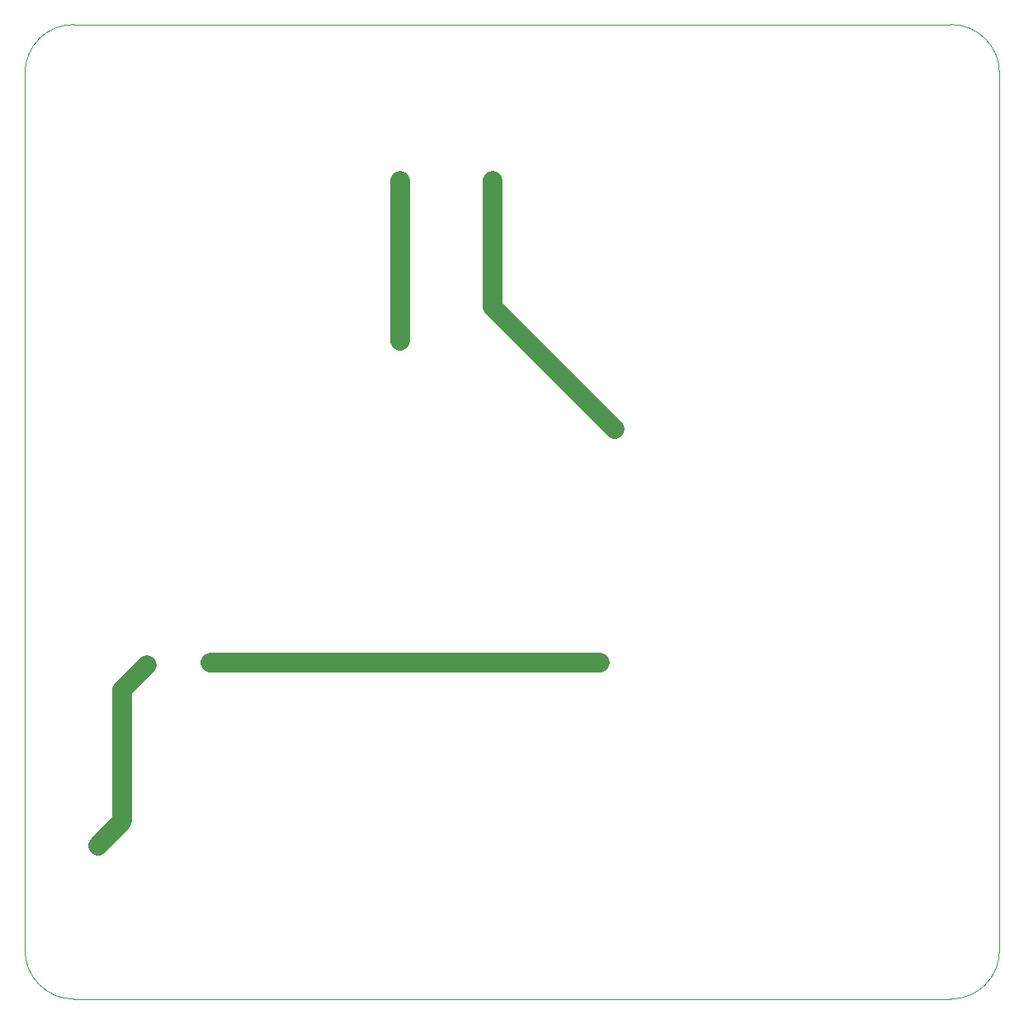
<source format=gbr>
G04 #@! TF.GenerationSoftware,KiCad,Pcbnew,5.1.5+dfsg1-2build2*
G04 #@! TF.CreationDate,2021-10-26T23:54:15+10:30*
G04 #@! TF.ProjectId,xover-psu,786f7665-722d-4707-9375-2e6b69636164,rev?*
G04 #@! TF.SameCoordinates,Original*
G04 #@! TF.FileFunction,Profile,NP*
%FSLAX46Y46*%
G04 Gerber Fmt 4.6, Leading zero omitted, Abs format (unit mm)*
G04 Created by KiCad (PCBNEW 5.1.5+dfsg1-2build2) date 2021-10-26 23:54:15*
%MOMM*%
%LPD*%
G04 APERTURE LIST*
%ADD10C,0.120000*%
%ADD11C,2.000000*%
G04 APERTURE END LIST*
D10*
X25000000Y-30000000D02*
G75*
G02X30000000Y-25000000I5000000J0D01*
G01*
X120000000Y-25000000D02*
G75*
G02X125000000Y-30000000I0J-5000000D01*
G01*
X125000000Y-120000000D02*
G75*
G02X120000000Y-125000000I-5000000J0D01*
G01*
X30000000Y-125000000D02*
G75*
G02X25000000Y-120000000I0J5000000D01*
G01*
D11*
X37500000Y-90750000D02*
X35000000Y-93250000D01*
X35000000Y-106750000D02*
X32500000Y-109250000D01*
X85500000Y-66500000D02*
X73000000Y-54000000D01*
X35000000Y-106750000D02*
X35000000Y-93250000D01*
X63500000Y-41000000D02*
X63500000Y-57500000D01*
X73000000Y-41000000D02*
X73000000Y-54000000D01*
X44000000Y-90500000D02*
X84000000Y-90500000D01*
D10*
X25000000Y-120000000D02*
X25000000Y-30000000D01*
X120000000Y-125000000D02*
X30000000Y-125000000D01*
X125000000Y-30000000D02*
X125000000Y-120000000D01*
X30000000Y-25000000D02*
X120000000Y-25000000D01*
M02*

</source>
